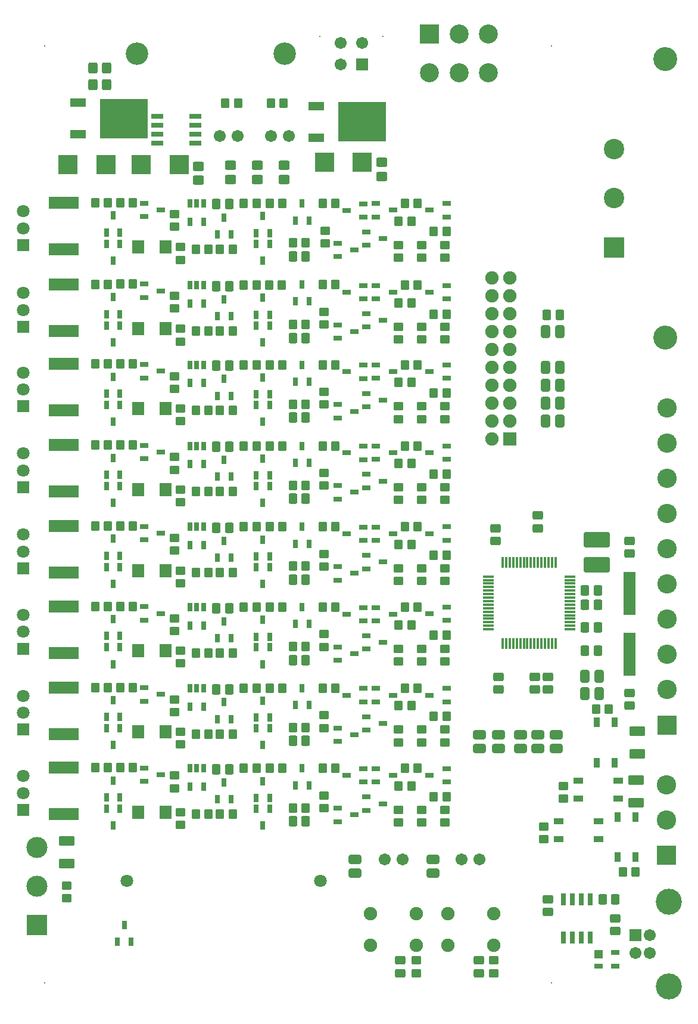
<source format=gts>
G04*
G04 #@! TF.GenerationSoftware,Altium Limited,Altium Designer,22.5.1 (42)*
G04*
G04 Layer_Color=8388736*
%FSLAX44Y44*%
%MOMM*%
G71*
G04*
G04 #@! TF.SameCoordinates,6C3A9871-7614-464A-A6E8-5A1B9E04D4B5*
G04*
G04*
G04 #@! TF.FilePolarity,Negative*
G04*
G01*
G75*
%ADD17R,1.2032X1.2032*%
%ADD18R,1.2032X0.8032*%
%ADD19R,0.8032X1.3032*%
%ADD20R,1.6500X0.4000*%
%ADD21R,0.4000X1.6500*%
G04:AMPARAMS|DCode=22|XSize=1.3032mm|YSize=1.8032mm|CornerRadius=0.2391mm|HoleSize=0mm|Usage=FLASHONLY|Rotation=0.000|XOffset=0mm|YOffset=0mm|HoleType=Round|Shape=RoundedRectangle|*
%AMROUNDEDRECTD22*
21,1,1.3032,1.3250,0,0,0.0*
21,1,0.8250,1.8032,0,0,0.0*
1,1,0.4782,0.4125,-0.6625*
1,1,0.4782,-0.4125,-0.6625*
1,1,0.4782,-0.4125,0.6625*
1,1,0.4782,0.4125,0.6625*
%
%ADD22ROUNDEDRECTD22*%
G04:AMPARAMS|DCode=23|XSize=2.2032mm|YSize=3.8032mm|CornerRadius=0.3516mm|HoleSize=0mm|Usage=FLASHONLY|Rotation=90.000|XOffset=0mm|YOffset=0mm|HoleType=Round|Shape=RoundedRectangle|*
%AMROUNDEDRECTD23*
21,1,2.2032,3.1000,0,0,90.0*
21,1,1.5000,3.8032,0,0,90.0*
1,1,0.7032,1.5500,0.7500*
1,1,0.7032,1.5500,-0.7500*
1,1,0.7032,-1.5500,-0.7500*
1,1,0.7032,-1.5500,0.7500*
%
%ADD23ROUNDEDRECTD23*%
G04:AMPARAMS|DCode=24|XSize=1.2032mm|YSize=1.5032mm|CornerRadius=0.2266mm|HoleSize=0mm|Usage=FLASHONLY|Rotation=270.000|XOffset=0mm|YOffset=0mm|HoleType=Round|Shape=RoundedRectangle|*
%AMROUNDEDRECTD24*
21,1,1.2032,1.0500,0,0,270.0*
21,1,0.7500,1.5032,0,0,270.0*
1,1,0.4532,-0.5250,-0.3750*
1,1,0.4532,-0.5250,0.3750*
1,1,0.4532,0.5250,0.3750*
1,1,0.4532,0.5250,-0.3750*
%
%ADD24ROUNDEDRECTD24*%
%ADD25R,1.7532X1.8732*%
%ADD26R,2.7032X2.8032*%
G04:AMPARAMS|DCode=27|XSize=1.2032mm|YSize=1.4032mm|CornerRadius=0.2266mm|HoleSize=0mm|Usage=FLASHONLY|Rotation=0.000|XOffset=0mm|YOffset=0mm|HoleType=Round|Shape=RoundedRectangle|*
%AMROUNDEDRECTD27*
21,1,1.2032,0.9500,0,0,0.0*
21,1,0.7500,1.4032,0,0,0.0*
1,1,0.4532,0.3750,-0.4750*
1,1,0.4532,-0.3750,-0.4750*
1,1,0.4532,-0.3750,0.4750*
1,1,0.4532,0.3750,0.4750*
%
%ADD27ROUNDEDRECTD27*%
%ADD28R,0.8032X1.6532*%
G04:AMPARAMS|DCode=29|XSize=1.3032mm|YSize=1.8032mm|CornerRadius=0.2391mm|HoleSize=0mm|Usage=FLASHONLY|Rotation=270.000|XOffset=0mm|YOffset=0mm|HoleType=Round|Shape=RoundedRectangle|*
%AMROUNDEDRECTD29*
21,1,1.3032,1.3250,0,0,270.0*
21,1,0.8250,1.8032,0,0,270.0*
1,1,0.4782,-0.6625,-0.4125*
1,1,0.4782,-0.6625,0.4125*
1,1,0.4782,0.6625,0.4125*
1,1,0.4782,0.6625,-0.4125*
%
%ADD29ROUNDEDRECTD29*%
%ADD30R,1.7032X6.2032*%
G04:AMPARAMS|DCode=31|XSize=1.2032mm|YSize=1.5032mm|CornerRadius=0.2266mm|HoleSize=0mm|Usage=FLASHONLY|Rotation=180.000|XOffset=0mm|YOffset=0mm|HoleType=Round|Shape=RoundedRectangle|*
%AMROUNDEDRECTD31*
21,1,1.2032,1.0500,0,0,180.0*
21,1,0.7500,1.5032,0,0,180.0*
1,1,0.4532,-0.3750,0.5250*
1,1,0.4532,0.3750,0.5250*
1,1,0.4532,0.3750,-0.5250*
1,1,0.4532,-0.3750,-0.5250*
%
%ADD31ROUNDEDRECTD31*%
G04:AMPARAMS|DCode=32|XSize=1.3032mm|YSize=1.6032mm|CornerRadius=0.2391mm|HoleSize=0mm|Usage=FLASHONLY|Rotation=90.000|XOffset=0mm|YOffset=0mm|HoleType=Round|Shape=RoundedRectangle|*
%AMROUNDEDRECTD32*
21,1,1.3032,1.1250,0,0,90.0*
21,1,0.8250,1.6032,0,0,90.0*
1,1,0.4782,0.5625,0.4125*
1,1,0.4782,0.5625,-0.4125*
1,1,0.4782,-0.5625,-0.4125*
1,1,0.4782,-0.5625,0.4125*
%
%ADD32ROUNDEDRECTD32*%
%ADD33R,1.6532X0.8032*%
%ADD34R,6.8032X5.7032*%
%ADD35R,2.3032X1.2032*%
G04:AMPARAMS|DCode=36|XSize=1.3032mm|YSize=1.6032mm|CornerRadius=0.2391mm|HoleSize=0mm|Usage=FLASHONLY|Rotation=180.000|XOffset=0mm|YOffset=0mm|HoleType=Round|Shape=RoundedRectangle|*
%AMROUNDEDRECTD36*
21,1,1.3032,1.1250,0,0,180.0*
21,1,0.8250,1.6032,0,0,180.0*
1,1,0.4782,-0.4125,0.5625*
1,1,0.4782,0.4125,0.5625*
1,1,0.4782,0.4125,-0.5625*
1,1,0.4782,-0.4125,-0.5625*
%
%ADD36ROUNDEDRECTD36*%
G04:AMPARAMS|DCode=37|XSize=1.2032mm|YSize=1.4032mm|CornerRadius=0.2266mm|HoleSize=0mm|Usage=FLASHONLY|Rotation=90.000|XOffset=0mm|YOffset=0mm|HoleType=Round|Shape=RoundedRectangle|*
%AMROUNDEDRECTD37*
21,1,1.2032,0.9500,0,0,90.0*
21,1,0.7500,1.4032,0,0,90.0*
1,1,0.4532,0.4750,0.3750*
1,1,0.4532,0.4750,-0.3750*
1,1,0.4532,-0.4750,-0.3750*
1,1,0.4532,-0.4750,0.3750*
%
%ADD37ROUNDEDRECTD37*%
%ADD38R,0.9632X1.4732*%
%ADD39R,1.4732X0.9632*%
G04:AMPARAMS|DCode=40|XSize=1.4032mm|YSize=2.2032mm|CornerRadius=0.2516mm|HoleSize=0mm|Usage=FLASHONLY|Rotation=270.000|XOffset=0mm|YOffset=0mm|HoleType=Round|Shape=RoundedRectangle|*
%AMROUNDEDRECTD40*
21,1,1.4032,1.7000,0,0,270.0*
21,1,0.9000,2.2032,0,0,270.0*
1,1,0.5032,-0.8500,-0.4500*
1,1,0.5032,-0.8500,0.4500*
1,1,0.5032,0.8500,0.4500*
1,1,0.5032,0.8500,-0.4500*
%
%ADD40ROUNDEDRECTD40*%
%ADD41R,1.3032X0.8032*%
%ADD42R,0.8032X1.2532*%
%ADD43R,4.3032X1.7532*%
%ADD44C,1.9032*%
%ADD45C,1.7032*%
%ADD46C,2.7532*%
%ADD47R,2.7532X2.7532*%
%ADD48C,0.2032*%
%ADD49R,2.9032X2.9032*%
%ADD50C,2.9032*%
%ADD51C,3.4032*%
%ADD52R,2.7032X2.7032*%
%ADD53C,2.7032*%
%ADD54R,1.7032X1.7032*%
%ADD55R,1.9032X1.9032*%
%ADD56C,1.8032*%
%ADD57C,3.2032*%
%ADD58R,1.7032X1.7032*%
%ADD59C,3.7032*%
%ADD60R,1.8032X1.8032*%
%ADD61C,3.0032*%
%ADD62R,3.0032X3.0032*%
D17*
X1837000Y1090500D02*
D03*
D18*
Y1073500D02*
D03*
X1861000D02*
D03*
Y1092500D02*
D03*
D19*
X1305000Y2020000D02*
D03*
X1314500Y1996000D02*
D03*
X1295500D02*
D03*
X1305000Y1563000D02*
D03*
X1314500Y1539000D02*
D03*
X1295500D02*
D03*
X1360000Y2022000D02*
D03*
X1369500Y1998000D02*
D03*
X1350500D02*
D03*
X1406500Y1330000D02*
D03*
X1425500D02*
D03*
X1416000Y1354000D02*
D03*
X1147000Y1273000D02*
D03*
X1137500Y1297000D02*
D03*
X1156500D02*
D03*
X1137500Y1313000D02*
D03*
X1156500D02*
D03*
X1147000Y1337000D02*
D03*
X1360000Y1273000D02*
D03*
X1350500Y1297000D02*
D03*
X1369500D02*
D03*
X1360000Y1336000D02*
D03*
X1369500Y1312000D02*
D03*
X1350500D02*
D03*
X1305000Y1334000D02*
D03*
X1314500Y1310000D02*
D03*
X1295500D02*
D03*
X1350500Y1426000D02*
D03*
X1369500D02*
D03*
X1360000Y1450000D02*
D03*
X1137500Y1427000D02*
D03*
X1156500D02*
D03*
X1147000Y1451000D02*
D03*
X1369500Y1411000D02*
D03*
X1350500D02*
D03*
X1360000Y1387000D02*
D03*
X1406500Y1444000D02*
D03*
X1425500D02*
D03*
X1416000Y1468000D02*
D03*
X1305000Y1448000D02*
D03*
X1314500Y1424000D02*
D03*
X1295500D02*
D03*
X1156500Y1411000D02*
D03*
X1137500D02*
D03*
X1147000Y1387000D02*
D03*
Y1566000D02*
D03*
X1156500Y1542000D02*
D03*
X1137500D02*
D03*
X1360000Y1502000D02*
D03*
X1350500Y1526000D02*
D03*
X1369500D02*
D03*
X1350500Y1541000D02*
D03*
X1369500D02*
D03*
X1360000Y1565000D02*
D03*
X1406500Y1559000D02*
D03*
X1425500D02*
D03*
X1416000Y1583000D02*
D03*
X1156500Y1526000D02*
D03*
X1137500D02*
D03*
X1147000Y1502000D02*
D03*
X1350500Y1655000D02*
D03*
X1369500D02*
D03*
X1360000Y1679000D02*
D03*
X1305000Y1677000D02*
D03*
X1314500Y1653000D02*
D03*
X1295500D02*
D03*
X1406500Y1673000D02*
D03*
X1425500D02*
D03*
X1416000Y1697000D02*
D03*
X1156500Y1640000D02*
D03*
X1137500D02*
D03*
X1147000Y1616000D02*
D03*
X1137500Y1656000D02*
D03*
X1156500D02*
D03*
X1147000Y1680000D02*
D03*
X1360000Y1616000D02*
D03*
X1350500Y1640000D02*
D03*
X1369500D02*
D03*
X1137500Y1771000D02*
D03*
X1156500D02*
D03*
X1147000Y1795000D02*
D03*
X1369500Y1755000D02*
D03*
X1350500D02*
D03*
X1360000Y1731000D02*
D03*
X1350500Y1770000D02*
D03*
X1369500D02*
D03*
X1360000Y1794000D02*
D03*
X1406500Y1788000D02*
D03*
X1425500D02*
D03*
X1416000Y1812000D02*
D03*
X1295500Y1768000D02*
D03*
X1314500D02*
D03*
X1305000Y1792000D02*
D03*
X1156500Y1755000D02*
D03*
X1137500D02*
D03*
X1147000Y1731000D02*
D03*
X1137500Y1886000D02*
D03*
X1156500D02*
D03*
X1147000Y1910000D02*
D03*
X1369500Y1870000D02*
D03*
X1350500D02*
D03*
X1360000Y1846000D02*
D03*
X1350500Y1885000D02*
D03*
X1369500D02*
D03*
X1360000Y1909000D02*
D03*
X1406500Y1903000D02*
D03*
X1425500D02*
D03*
X1416000Y1927000D02*
D03*
X1295500Y1883000D02*
D03*
X1314500D02*
D03*
X1305000Y1907000D02*
D03*
X1156500Y1870000D02*
D03*
X1137500D02*
D03*
X1147000Y1846000D02*
D03*
X1137500Y1999000D02*
D03*
X1156500D02*
D03*
X1147000Y2023000D02*
D03*
X1369500Y1983000D02*
D03*
X1350500D02*
D03*
X1360000Y1959000D02*
D03*
X1406500Y2017000D02*
D03*
X1425500D02*
D03*
X1416000Y2041000D02*
D03*
X1156500Y1983000D02*
D03*
X1137500D02*
D03*
X1147000Y1959000D02*
D03*
X1360000Y2138000D02*
D03*
X1369500Y2114000D02*
D03*
X1350500D02*
D03*
X1360000Y2075000D02*
D03*
X1350500Y2099000D02*
D03*
X1369500D02*
D03*
X1147000Y2075000D02*
D03*
X1137500Y2099000D02*
D03*
X1156500D02*
D03*
X1147000Y2139000D02*
D03*
X1156500Y2115000D02*
D03*
X1137500D02*
D03*
X1295500Y2112000D02*
D03*
X1314500D02*
D03*
X1305000Y2136000D02*
D03*
X1406500Y2132000D02*
D03*
X1425500D02*
D03*
X1416000Y2156000D02*
D03*
X1163000Y1132000D02*
D03*
X1172500Y1108000D02*
D03*
X1153500D02*
D03*
D20*
X1680750Y1551500D02*
D03*
Y1556500D02*
D03*
Y1561500D02*
D03*
Y1566500D02*
D03*
Y1571500D02*
D03*
Y1576500D02*
D03*
Y1581500D02*
D03*
Y1586500D02*
D03*
Y1591500D02*
D03*
Y1596500D02*
D03*
Y1601500D02*
D03*
Y1606500D02*
D03*
Y1611500D02*
D03*
Y1616500D02*
D03*
Y1621500D02*
D03*
Y1626500D02*
D03*
X1796250D02*
D03*
Y1621500D02*
D03*
Y1616500D02*
D03*
Y1611500D02*
D03*
Y1606500D02*
D03*
Y1601500D02*
D03*
Y1596500D02*
D03*
Y1591500D02*
D03*
Y1586500D02*
D03*
Y1581500D02*
D03*
Y1576500D02*
D03*
Y1571500D02*
D03*
Y1566500D02*
D03*
Y1561500D02*
D03*
Y1556500D02*
D03*
Y1551500D02*
D03*
D21*
X1701000Y1646750D02*
D03*
X1706000D02*
D03*
X1711000D02*
D03*
X1716000D02*
D03*
X1721000D02*
D03*
X1726000D02*
D03*
X1731000D02*
D03*
X1736000D02*
D03*
X1741000D02*
D03*
X1746000D02*
D03*
X1751000D02*
D03*
X1756000D02*
D03*
X1761000D02*
D03*
X1766000D02*
D03*
X1771000D02*
D03*
X1776000D02*
D03*
Y1531250D02*
D03*
X1771000D02*
D03*
X1766000D02*
D03*
X1761000D02*
D03*
X1756000D02*
D03*
X1751000D02*
D03*
X1746000D02*
D03*
X1741000D02*
D03*
X1736000D02*
D03*
X1731000D02*
D03*
X1726000D02*
D03*
X1721000D02*
D03*
X1716000D02*
D03*
X1711000D02*
D03*
X1706000D02*
D03*
X1701000D02*
D03*
D22*
X1818000Y1485000D02*
D03*
X1838000D02*
D03*
X1818000Y1460000D02*
D03*
X1838000D02*
D03*
X1782000Y1872800D02*
D03*
X1762000D02*
D03*
X1782000Y1847400D02*
D03*
X1762000D02*
D03*
Y1974400D02*
D03*
X1782000D02*
D03*
X1762000Y1898200D02*
D03*
X1782000D02*
D03*
X1762000Y1923600D02*
D03*
X1782000D02*
D03*
D23*
X1835000Y1679000D02*
D03*
Y1643000D02*
D03*
D24*
X1881250Y1677250D02*
D03*
Y1659250D02*
D03*
X1765000Y1150250D02*
D03*
Y1168250D02*
D03*
X1746250Y1466000D02*
D03*
Y1484000D02*
D03*
X1881250Y1443250D02*
D03*
Y1461250D02*
D03*
X1751000Y1713000D02*
D03*
Y1695000D02*
D03*
X1691000Y1677000D02*
D03*
Y1695000D02*
D03*
X1666750Y1063500D02*
D03*
Y1081500D02*
D03*
X1555500Y1063500D02*
D03*
Y1081500D02*
D03*
X1861000Y1123000D02*
D03*
Y1141000D02*
D03*
X1765500Y1466000D02*
D03*
Y1484000D02*
D03*
X1695000Y1466000D02*
D03*
Y1484000D02*
D03*
D25*
X1182350Y1406000D02*
D03*
X1221650D02*
D03*
X1182350Y1635000D02*
D03*
X1221650D02*
D03*
X1182350Y1292000D02*
D03*
X1221650D02*
D03*
Y1521000D02*
D03*
X1182350D02*
D03*
X1221650Y1750000D02*
D03*
X1182350D02*
D03*
X1221650Y1865000D02*
D03*
X1182350D02*
D03*
X1221650Y1978000D02*
D03*
X1182350D02*
D03*
Y2094000D02*
D03*
X1221650D02*
D03*
D26*
X1241000Y2211000D02*
D03*
X1187000D02*
D03*
X1137000Y2211000D02*
D03*
X1083000D02*
D03*
X1447500Y2214500D02*
D03*
X1501500D02*
D03*
D27*
X1834000Y1438000D02*
D03*
X1852000D02*
D03*
X1371500Y2298250D02*
D03*
X1389500D02*
D03*
X1324750Y2298750D02*
D03*
X1306750D02*
D03*
X1871700Y1207000D02*
D03*
X1889700D02*
D03*
X1603000Y1999000D02*
D03*
X1621000D02*
D03*
X1122000Y1355000D02*
D03*
X1140000D02*
D03*
X1175000D02*
D03*
X1157000D02*
D03*
X1283000Y1289000D02*
D03*
X1265000D02*
D03*
X1387750Y1354000D02*
D03*
X1369750D02*
D03*
X1553000Y1329000D02*
D03*
X1571000D02*
D03*
X1445000Y1354000D02*
D03*
X1463000D02*
D03*
X1333000D02*
D03*
X1351000D02*
D03*
X1562000D02*
D03*
X1580000D02*
D03*
X1403000Y1298000D02*
D03*
X1421000D02*
D03*
X1299000Y1289000D02*
D03*
X1317000D02*
D03*
X1603000Y1314000D02*
D03*
X1621000D02*
D03*
X1351000Y1468000D02*
D03*
X1333000D02*
D03*
X1140000Y1469000D02*
D03*
X1122000D02*
D03*
X1157000D02*
D03*
X1175000D02*
D03*
X1265000Y1403000D02*
D03*
X1283000D02*
D03*
X1369750Y1468000D02*
D03*
X1387750D02*
D03*
X1553000Y1443000D02*
D03*
X1571000D02*
D03*
X1463000Y1468000D02*
D03*
X1445000D02*
D03*
X1562000D02*
D03*
X1580000D02*
D03*
X1421000Y1412000D02*
D03*
X1403000D02*
D03*
X1317000Y1403000D02*
D03*
X1299000D02*
D03*
X1621000Y1428000D02*
D03*
X1603000D02*
D03*
X1265000Y1518000D02*
D03*
X1283000D02*
D03*
X1140000Y1584000D02*
D03*
X1122000D02*
D03*
X1157000D02*
D03*
X1175000D02*
D03*
X1369750Y1583000D02*
D03*
X1387750D02*
D03*
X1553000Y1558000D02*
D03*
X1571000D02*
D03*
X1463000Y1583000D02*
D03*
X1445000D02*
D03*
X1351000Y1583000D02*
D03*
X1333000D02*
D03*
X1562000Y1583000D02*
D03*
X1580000D02*
D03*
X1421000Y1527000D02*
D03*
X1403000D02*
D03*
X1317000Y1518000D02*
D03*
X1299000D02*
D03*
X1603000Y1543000D02*
D03*
X1621000D02*
D03*
X1140000Y1698000D02*
D03*
X1122000D02*
D03*
X1157000D02*
D03*
X1175000D02*
D03*
X1283000Y1632000D02*
D03*
X1265000D02*
D03*
X1387750Y1697000D02*
D03*
X1369750D02*
D03*
X1553000Y1672000D02*
D03*
X1571000D02*
D03*
X1463000Y1697000D02*
D03*
X1445000D02*
D03*
X1351000D02*
D03*
X1333000D02*
D03*
X1580000D02*
D03*
X1562000D02*
D03*
X1421000Y1641000D02*
D03*
X1403000D02*
D03*
X1317000Y1632000D02*
D03*
X1299000D02*
D03*
X1603000Y1657000D02*
D03*
X1621000D02*
D03*
X1140000Y1813000D02*
D03*
X1122000D02*
D03*
X1157000D02*
D03*
X1175000D02*
D03*
X1265000Y1747000D02*
D03*
X1283000D02*
D03*
X1369750Y1812000D02*
D03*
X1387750D02*
D03*
X1571000Y1787000D02*
D03*
X1553000D02*
D03*
X1463000Y1812000D02*
D03*
X1445000D02*
D03*
X1351000D02*
D03*
X1333000D02*
D03*
X1562000D02*
D03*
X1580000D02*
D03*
X1421000Y1756000D02*
D03*
X1403000D02*
D03*
X1317000Y1747000D02*
D03*
X1299000D02*
D03*
X1621000Y1772000D02*
D03*
X1603000D02*
D03*
X1265000Y1975000D02*
D03*
X1283000D02*
D03*
X1140000Y1928000D02*
D03*
X1122000D02*
D03*
X1157000D02*
D03*
X1175000D02*
D03*
X1265000Y1862000D02*
D03*
X1283000D02*
D03*
X1369750Y1927000D02*
D03*
X1387750D02*
D03*
X1553000Y1902000D02*
D03*
X1571000D02*
D03*
X1463000Y1927000D02*
D03*
X1445000D02*
D03*
X1351000D02*
D03*
X1333000D02*
D03*
X1580000D02*
D03*
X1562000D02*
D03*
X1421000Y1871000D02*
D03*
X1403000D02*
D03*
X1317000Y1862000D02*
D03*
X1299000D02*
D03*
X1621000Y1887000D02*
D03*
X1603000D02*
D03*
X1421000Y1984000D02*
D03*
X1403000D02*
D03*
X1122000Y2041000D02*
D03*
X1140000D02*
D03*
X1157000Y2042000D02*
D03*
X1175000D02*
D03*
X1369000Y2040000D02*
D03*
X1387000D02*
D03*
X1553000Y2015000D02*
D03*
X1571000D02*
D03*
X1463000Y2041000D02*
D03*
X1445000D02*
D03*
X1351000Y2040000D02*
D03*
X1333000D02*
D03*
X1562000D02*
D03*
X1580000D02*
D03*
X1317000Y1975000D02*
D03*
X1299000D02*
D03*
X1387750Y2156000D02*
D03*
X1369750D02*
D03*
X1299000Y2091000D02*
D03*
X1317000D02*
D03*
X1333000Y2156000D02*
D03*
X1351000D02*
D03*
X1140000Y2157000D02*
D03*
X1122000D02*
D03*
X1621000Y2116000D02*
D03*
X1603000D02*
D03*
X1265000Y2091000D02*
D03*
X1283000D02*
D03*
X1157000Y2157000D02*
D03*
X1175000D02*
D03*
X1562000Y2156000D02*
D03*
X1580000D02*
D03*
X1463000Y2156000D02*
D03*
X1445000D02*
D03*
X1421000Y2100000D02*
D03*
X1403000D02*
D03*
X1553000Y2131000D02*
D03*
X1571000D02*
D03*
D28*
X1825050Y1168250D02*
D03*
X1812350D02*
D03*
X1799650D02*
D03*
X1786950D02*
D03*
X1825050Y1113750D02*
D03*
X1812350D02*
D03*
X1799650D02*
D03*
X1786950D02*
D03*
D29*
X1695000Y1402000D02*
D03*
Y1382000D02*
D03*
X1667500Y1402000D02*
D03*
Y1382000D02*
D03*
X1726000Y1402000D02*
D03*
Y1382000D02*
D03*
X1602000Y1225000D02*
D03*
Y1205000D02*
D03*
X1491000Y1225000D02*
D03*
Y1205000D02*
D03*
X1750748Y1382000D02*
D03*
Y1402000D02*
D03*
X1777000Y1382000D02*
D03*
Y1402000D02*
D03*
D30*
X1881250Y1516250D02*
D03*
Y1602250D02*
D03*
D31*
X1818000Y1554500D02*
D03*
X1836000D02*
D03*
Y1606500D02*
D03*
X1818000D02*
D03*
X1836000Y1586500D02*
D03*
X1818000D02*
D03*
X1764000Y1998000D02*
D03*
X1782000D02*
D03*
X1294000Y1352500D02*
D03*
X1312000D02*
D03*
X1294000Y1466500D02*
D03*
X1312000D02*
D03*
Y1581500D02*
D03*
X1294000D02*
D03*
Y1695500D02*
D03*
X1312000D02*
D03*
Y1810500D02*
D03*
X1294000D02*
D03*
X1312000Y1925500D02*
D03*
X1294000D02*
D03*
X1312000Y2038500D02*
D03*
X1294000D02*
D03*
X1312000Y2155000D02*
D03*
X1294000D02*
D03*
X1818000Y1521000D02*
D03*
X1836000D02*
D03*
X1861000Y1168250D02*
D03*
X1843000D02*
D03*
X1421000Y1279000D02*
D03*
X1403000D02*
D03*
X1421000Y1393000D02*
D03*
X1403000D02*
D03*
X1421000Y1508000D02*
D03*
X1403000D02*
D03*
X1421000Y1622000D02*
D03*
X1403000D02*
D03*
X1421000Y1737000D02*
D03*
X1403000D02*
D03*
X1421000Y1852000D02*
D03*
X1403000D02*
D03*
X1421000Y1965000D02*
D03*
X1403000D02*
D03*
X1421000Y2081000D02*
D03*
X1403000D02*
D03*
D32*
X1529000Y2194500D02*
D03*
Y2214500D02*
D03*
X1268000Y2189000D02*
D03*
Y2209000D02*
D03*
X1314000Y2190000D02*
D03*
Y2210000D02*
D03*
X1390000Y2190000D02*
D03*
Y2210000D02*
D03*
X1352000Y2190000D02*
D03*
Y2210000D02*
D03*
D33*
X1264250Y2241950D02*
D03*
Y2254650D02*
D03*
Y2267350D02*
D03*
Y2280050D02*
D03*
X1209750Y2241950D02*
D03*
Y2254650D02*
D03*
Y2267350D02*
D03*
Y2280050D02*
D03*
D34*
X1501500Y2272000D02*
D03*
X1162500Y2276500D02*
D03*
D35*
X1436000Y2249500D02*
D03*
Y2294500D02*
D03*
X1097000Y2299000D02*
D03*
Y2254000D02*
D03*
D36*
X1118000Y2348000D02*
D03*
X1138000D02*
D03*
Y2325000D02*
D03*
X1118000D02*
D03*
D37*
X1759000Y1271300D02*
D03*
Y1253300D02*
D03*
X1787000Y1311350D02*
D03*
Y1329350D02*
D03*
X1234000Y1326000D02*
D03*
Y1344000D02*
D03*
X1243000Y1292000D02*
D03*
Y1274000D02*
D03*
X1553000Y1295000D02*
D03*
Y1277000D02*
D03*
X1586000Y1295000D02*
D03*
Y1277000D02*
D03*
X1447000Y1315500D02*
D03*
Y1297500D02*
D03*
X1619000Y1295000D02*
D03*
Y1277000D02*
D03*
X1234000Y1452000D02*
D03*
Y1434000D02*
D03*
X1243000Y1406000D02*
D03*
Y1388000D02*
D03*
X1553000Y1391000D02*
D03*
Y1409000D02*
D03*
X1586000Y1391000D02*
D03*
Y1409000D02*
D03*
X1447000Y1411500D02*
D03*
Y1429500D02*
D03*
X1619000Y1391000D02*
D03*
Y1409000D02*
D03*
X1234000Y1567000D02*
D03*
Y1549000D02*
D03*
X1243000Y1503000D02*
D03*
Y1521000D02*
D03*
X1553000Y1506000D02*
D03*
Y1524000D02*
D03*
X1586000Y1506000D02*
D03*
Y1524000D02*
D03*
X1447000Y1526500D02*
D03*
Y1544500D02*
D03*
X1619000Y1506000D02*
D03*
Y1524000D02*
D03*
X1234000Y1681000D02*
D03*
Y1663000D02*
D03*
X1243000Y1617000D02*
D03*
Y1635000D02*
D03*
X1553000Y1620000D02*
D03*
Y1638000D02*
D03*
X1586000Y1620000D02*
D03*
Y1638000D02*
D03*
X1447000Y1658500D02*
D03*
Y1640500D02*
D03*
X1619000Y1638000D02*
D03*
Y1620000D02*
D03*
X1234000Y1796000D02*
D03*
Y1778000D02*
D03*
X1243000Y1732000D02*
D03*
Y1750000D02*
D03*
X1553000Y1735000D02*
D03*
Y1753000D02*
D03*
X1586000D02*
D03*
Y1735000D02*
D03*
X1447000Y1755500D02*
D03*
Y1773500D02*
D03*
X1619000Y1735000D02*
D03*
Y1753000D02*
D03*
X1234000Y1911000D02*
D03*
Y1893000D02*
D03*
X1243000Y1847000D02*
D03*
Y1865000D02*
D03*
X1553000Y1850000D02*
D03*
Y1868000D02*
D03*
X1586000Y1850000D02*
D03*
Y1868000D02*
D03*
X1447000Y1870500D02*
D03*
Y1888500D02*
D03*
X1619000Y1868000D02*
D03*
Y1850000D02*
D03*
X1234000Y2025000D02*
D03*
Y2007000D02*
D03*
X1243000Y1960000D02*
D03*
Y1978000D02*
D03*
X1553000Y1963000D02*
D03*
Y1981000D02*
D03*
X1586000Y1963000D02*
D03*
Y1981000D02*
D03*
X1447000Y1984000D02*
D03*
Y2002000D02*
D03*
X1619000Y1981000D02*
D03*
Y1963000D02*
D03*
X1234000Y2123000D02*
D03*
Y2141000D02*
D03*
X1449000Y2099500D02*
D03*
Y2117500D02*
D03*
X1243000Y2076000D02*
D03*
Y2094000D02*
D03*
X1619000Y2079000D02*
D03*
Y2097000D02*
D03*
X1553000Y2079000D02*
D03*
Y2097000D02*
D03*
X1586000Y2079000D02*
D03*
Y2097000D02*
D03*
X1688000Y1063500D02*
D03*
Y1081500D02*
D03*
X1578250Y1063500D02*
D03*
Y1081500D02*
D03*
X1081000Y1188000D02*
D03*
Y1170000D02*
D03*
D38*
X1859700Y1419600D02*
D03*
Y1362400D02*
D03*
X1834300Y1419600D02*
D03*
Y1362400D02*
D03*
X1889700Y1285250D02*
D03*
Y1228050D02*
D03*
X1864300Y1285250D02*
D03*
Y1228050D02*
D03*
D39*
X1865600Y1311350D02*
D03*
X1808400D02*
D03*
X1865600Y1336750D02*
D03*
X1808400D02*
D03*
X1780400Y1278700D02*
D03*
X1837600D02*
D03*
X1780400Y1253300D02*
D03*
X1837600D02*
D03*
D40*
X1890750Y1337500D02*
D03*
Y1305500D02*
D03*
X1892000Y1407000D02*
D03*
Y1375000D02*
D03*
X1081000Y1251000D02*
D03*
Y1219000D02*
D03*
D41*
X1597000Y1917500D02*
D03*
X1621000Y1927000D02*
D03*
Y1908000D02*
D03*
X1215000Y1345000D02*
D03*
X1191000Y1335500D02*
D03*
Y1354500D02*
D03*
X1490000Y1288000D02*
D03*
X1466000Y1278500D02*
D03*
Y1297500D02*
D03*
X1507000Y1313500D02*
D03*
Y1294500D02*
D03*
X1531000Y1304000D02*
D03*
X1479000Y1344000D02*
D03*
X1503000Y1353500D02*
D03*
Y1334500D02*
D03*
X1545000Y1344000D02*
D03*
X1521000Y1334500D02*
D03*
Y1353500D02*
D03*
X1621000Y1334500D02*
D03*
Y1353500D02*
D03*
X1597000Y1344000D02*
D03*
X1479000Y1573000D02*
D03*
X1503000Y1582500D02*
D03*
Y1563500D02*
D03*
Y1448500D02*
D03*
Y1467500D02*
D03*
X1479000Y1458000D02*
D03*
X1191000Y1468500D02*
D03*
Y1449500D02*
D03*
X1215000Y1459000D02*
D03*
X1466000Y1411500D02*
D03*
Y1392500D02*
D03*
X1490000Y1402000D02*
D03*
X1507000Y1427500D02*
D03*
Y1408500D02*
D03*
X1531000Y1418000D02*
D03*
X1521000Y1467500D02*
D03*
Y1448500D02*
D03*
X1545000Y1458000D02*
D03*
X1621000Y1448500D02*
D03*
Y1467500D02*
D03*
X1597000Y1458000D02*
D03*
X1521000Y1582500D02*
D03*
Y1563500D02*
D03*
X1545000Y1573000D02*
D03*
X1191000Y1583500D02*
D03*
Y1564500D02*
D03*
X1215000Y1574000D02*
D03*
X1466000Y1526500D02*
D03*
Y1507500D02*
D03*
X1490000Y1517000D02*
D03*
X1507000Y1542500D02*
D03*
Y1523500D02*
D03*
X1531000Y1533000D02*
D03*
X1621000Y1564000D02*
D03*
Y1583000D02*
D03*
X1597000Y1573500D02*
D03*
X1521000Y1696500D02*
D03*
Y1677500D02*
D03*
X1545000Y1687000D02*
D03*
X1191000Y1697500D02*
D03*
Y1678500D02*
D03*
X1215000Y1688000D02*
D03*
X1490000Y1631000D02*
D03*
X1466000Y1621500D02*
D03*
Y1640500D02*
D03*
X1507000Y1656500D02*
D03*
Y1637500D02*
D03*
X1531000Y1647000D02*
D03*
X1479000Y1687000D02*
D03*
X1503000Y1696500D02*
D03*
Y1677500D02*
D03*
X1621000Y1678000D02*
D03*
Y1697000D02*
D03*
X1597000Y1687500D02*
D03*
X1191000Y1812500D02*
D03*
Y1793500D02*
D03*
X1215000Y1803000D02*
D03*
X1466000Y1755500D02*
D03*
Y1736500D02*
D03*
X1490000Y1746000D02*
D03*
X1507000Y1771500D02*
D03*
Y1752500D02*
D03*
X1531000Y1762000D02*
D03*
X1503000Y1792500D02*
D03*
Y1811500D02*
D03*
X1479000Y1802000D02*
D03*
X1521000Y1812000D02*
D03*
Y1793000D02*
D03*
X1545000Y1802500D02*
D03*
X1621000Y1793000D02*
D03*
Y1812000D02*
D03*
X1597000Y1802500D02*
D03*
X1191000Y1927500D02*
D03*
Y1908500D02*
D03*
X1215000Y1918000D02*
D03*
X1466000Y1870500D02*
D03*
Y1851500D02*
D03*
X1490000Y1861000D02*
D03*
X1507000Y1886500D02*
D03*
Y1867500D02*
D03*
X1531000Y1877000D02*
D03*
X1503000Y1907500D02*
D03*
Y1926500D02*
D03*
X1479000Y1917000D02*
D03*
X1521000Y1927000D02*
D03*
Y1908000D02*
D03*
X1545000Y1917500D02*
D03*
X1621000Y2020500D02*
D03*
Y2039500D02*
D03*
X1597000Y2030000D02*
D03*
X1521000Y2039500D02*
D03*
Y2020500D02*
D03*
X1545000Y2030000D02*
D03*
X1503000Y2020500D02*
D03*
Y2039500D02*
D03*
X1479000Y2030000D02*
D03*
X1191000Y2041500D02*
D03*
Y2022500D02*
D03*
X1215000Y2032000D02*
D03*
X1466000Y1983500D02*
D03*
Y1964500D02*
D03*
X1490000Y1974000D02*
D03*
X1507000Y1999500D02*
D03*
Y1980500D02*
D03*
X1531000Y1990000D02*
D03*
X1466000Y2099500D02*
D03*
Y2080500D02*
D03*
X1490000Y2090000D02*
D03*
X1191000Y2156500D02*
D03*
Y2137500D02*
D03*
X1215000Y2147000D02*
D03*
X1621000Y2137000D02*
D03*
Y2156000D02*
D03*
X1597000Y2146500D02*
D03*
X1503000Y2136500D02*
D03*
X1503000Y2155500D02*
D03*
X1479000Y2146000D02*
D03*
X1521000Y2156000D02*
D03*
Y2137000D02*
D03*
X1545000Y2146500D02*
D03*
X1507000Y2115500D02*
D03*
Y2096500D02*
D03*
X1531000Y2106000D02*
D03*
D42*
X1275500Y1328000D02*
D03*
X1266000Y1354000D02*
D03*
X1275600D02*
D03*
X1256500Y1328000D02*
D03*
X1256400Y1354000D02*
D03*
X1275500Y1442000D02*
D03*
X1266000Y1468000D02*
D03*
X1275600D02*
D03*
X1256500Y1442000D02*
D03*
X1256400Y1468000D02*
D03*
X1275500Y1557000D02*
D03*
X1266000Y1583000D02*
D03*
X1275600D02*
D03*
X1256500Y1557000D02*
D03*
X1256400Y1583000D02*
D03*
X1275500Y1671000D02*
D03*
X1266000Y1697000D02*
D03*
X1275600D02*
D03*
X1256500Y1671000D02*
D03*
X1256400Y1697000D02*
D03*
X1275500Y1786000D02*
D03*
X1266000Y1812000D02*
D03*
X1275600D02*
D03*
X1256500Y1786000D02*
D03*
X1256400Y1812000D02*
D03*
X1275500Y1901000D02*
D03*
X1266000Y1927000D02*
D03*
X1275600D02*
D03*
X1256500Y1901000D02*
D03*
X1256400Y1927000D02*
D03*
X1275500Y2014000D02*
D03*
X1266000Y2040000D02*
D03*
X1275600D02*
D03*
X1256500Y2014000D02*
D03*
X1256400Y2040000D02*
D03*
X1275500Y2130000D02*
D03*
X1266000Y2156000D02*
D03*
X1275600D02*
D03*
X1256500Y2130000D02*
D03*
X1256400Y2156000D02*
D03*
D43*
X1077000Y1289000D02*
D03*
Y1355000D02*
D03*
Y1469000D02*
D03*
Y1403000D02*
D03*
Y1584000D02*
D03*
Y1518000D02*
D03*
Y1698000D02*
D03*
Y1632000D02*
D03*
Y1813000D02*
D03*
Y1747000D02*
D03*
Y1862000D02*
D03*
Y1928000D02*
D03*
Y2041000D02*
D03*
Y1975000D02*
D03*
Y2091000D02*
D03*
Y2157000D02*
D03*
D44*
X1513250Y1147500D02*
D03*
Y1102500D02*
D03*
X1578250D02*
D03*
Y1147500D02*
D03*
X1623000D02*
D03*
Y1102500D02*
D03*
X1688000D02*
D03*
Y1147500D02*
D03*
X1685600Y1872800D02*
D03*
X1711000D02*
D03*
X1685600Y1847400D02*
D03*
X1711000D02*
D03*
X1685600Y1822000D02*
D03*
X1711000Y1898200D02*
D03*
X1685600D02*
D03*
X1711000Y1923600D02*
D03*
X1685600D02*
D03*
X1711000Y1949000D02*
D03*
X1685600D02*
D03*
Y1974400D02*
D03*
X1711000D02*
D03*
Y1999800D02*
D03*
X1685600D02*
D03*
X1711000Y2025200D02*
D03*
X1685600D02*
D03*
X1711000Y2050600D02*
D03*
X1685600D02*
D03*
D45*
X1642800Y1225000D02*
D03*
X1668200D02*
D03*
X1533050D02*
D03*
X1558450D02*
D03*
X1371550Y2252000D02*
D03*
X1396950D02*
D03*
X1324500Y2252250D02*
D03*
X1299100D02*
D03*
X1470750Y2383750D02*
D03*
X1500750D02*
D03*
X1470750Y2353750D02*
D03*
X1889800Y1092000D02*
D03*
X1909800D02*
D03*
Y1117000D02*
D03*
D46*
X1934500Y1865750D02*
D03*
Y1815750D02*
D03*
Y1765750D02*
D03*
Y1715750D02*
D03*
Y1665750D02*
D03*
Y1615750D02*
D03*
Y1565750D02*
D03*
Y1515750D02*
D03*
Y1465750D02*
D03*
X1934000Y1330500D02*
D03*
Y1280500D02*
D03*
D47*
X1934500Y1415750D02*
D03*
X1934000Y1230500D02*
D03*
D48*
X1770000Y2380000D02*
D03*
X1530750Y2393250D02*
D03*
X1440750D02*
D03*
X1050000Y2380000D02*
D03*
X1770000Y1050000D02*
D03*
X1050000D02*
D03*
D49*
X1859000Y2093500D02*
D03*
D50*
Y2163500D02*
D03*
Y2233500D02*
D03*
D51*
X1932000Y2361000D02*
D03*
Y1966000D02*
D03*
D52*
X1596750Y2397000D02*
D03*
D53*
Y2342000D02*
D03*
X1638750D02*
D03*
X1680750D02*
D03*
Y2397000D02*
D03*
X1638750D02*
D03*
D54*
X1500750Y2353750D02*
D03*
D55*
X1711000Y1822000D02*
D03*
D56*
X1166500Y1194000D02*
D03*
X1441500D02*
D03*
X1019000Y1343000D02*
D03*
Y1319000D02*
D03*
Y1433000D02*
D03*
Y1457000D02*
D03*
Y1548000D02*
D03*
Y1572000D02*
D03*
Y1662000D02*
D03*
Y1686000D02*
D03*
Y1777000D02*
D03*
Y1801000D02*
D03*
Y1892000D02*
D03*
Y1916000D02*
D03*
Y2005000D02*
D03*
Y2029000D02*
D03*
Y2145000D02*
D03*
Y2121000D02*
D03*
D57*
X1181000Y2369000D02*
D03*
X1391000D02*
D03*
D58*
X1889800Y1117000D02*
D03*
D59*
X1936900Y1044300D02*
D03*
Y1164700D02*
D03*
D60*
X1019000Y1295000D02*
D03*
Y1409000D02*
D03*
Y1524000D02*
D03*
Y1638000D02*
D03*
Y1753000D02*
D03*
Y1868000D02*
D03*
Y1981000D02*
D03*
Y2097000D02*
D03*
D61*
X1038500Y1186750D02*
D03*
Y1241750D02*
D03*
D62*
Y1131750D02*
D03*
M02*

</source>
